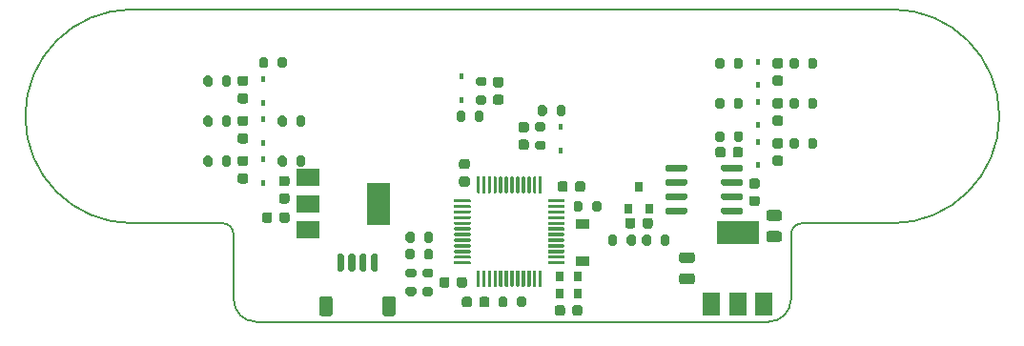
<source format=gbr>
%TF.GenerationSoftware,KiCad,Pcbnew,(5.1.9)-1*%
%TF.CreationDate,2021-02-22T13:59:34+01:00*%
%TF.ProjectId,input-board,696e7075-742d-4626-9f61-72642e6b6963,rev?*%
%TF.SameCoordinates,Original*%
%TF.FileFunction,Paste,Top*%
%TF.FilePolarity,Positive*%
%FSLAX46Y46*%
G04 Gerber Fmt 4.6, Leading zero omitted, Abs format (unit mm)*
G04 Created by KiCad (PCBNEW (5.1.9)-1) date 2021-02-22 13:59:34*
%MOMM*%
%LPD*%
G01*
G04 APERTURE LIST*
%TA.AperFunction,Profile*%
%ADD10C,0.150000*%
%TD*%
%ADD11R,1.500000X2.000000*%
%ADD12R,3.800000X2.000000*%
%ADD13R,1.200000X0.900000*%
%ADD14R,0.650000X0.850000*%
%ADD15R,0.450000X0.600000*%
%ADD16R,2.000000X1.500000*%
%ADD17R,2.000000X3.800000*%
%ADD18R,0.800000X0.900000*%
G04 APERTURE END LIST*
D10*
X109000000Y-40500000D02*
G75*
G03*
X108000000Y-39500000I-1000000J0D01*
G01*
X159500000Y-39500000D02*
G75*
G03*
X158500000Y-40500000I0J-1000000D01*
G01*
X156500000Y-48250000D02*
G75*
G03*
X158500000Y-46250000I0J2000000D01*
G01*
X109000000Y-46250000D02*
G75*
G03*
X111000000Y-48250000I2000000J0D01*
G01*
X159500000Y-39500000D02*
X167500000Y-39500000D01*
X108000000Y-39500000D02*
X100000000Y-39500000D01*
X158500000Y-46250000D02*
X158500000Y-40500000D01*
X111000000Y-48250000D02*
X156500000Y-48250000D01*
X109000000Y-40500000D02*
X109000000Y-46250000D01*
X100000000Y-20500000D02*
G75*
G03*
X100000000Y-39500000I0J-9500000D01*
G01*
X167500000Y-39500000D02*
G75*
G03*
X167500000Y-20500000I0J9500000D01*
G01*
X100000000Y-20500000D02*
X167500000Y-20500000D01*
%TO.C,U1*%
G36*
G01*
X149300000Y-38255000D02*
X149300000Y-38555000D01*
G75*
G02*
X149150000Y-38705000I-150000J0D01*
G01*
X147500000Y-38705000D01*
G75*
G02*
X147350000Y-38555000I0J150000D01*
G01*
X147350000Y-38255000D01*
G75*
G02*
X147500000Y-38105000I150000J0D01*
G01*
X149150000Y-38105000D01*
G75*
G02*
X149300000Y-38255000I0J-150000D01*
G01*
G37*
G36*
G01*
X149300000Y-36985000D02*
X149300000Y-37285000D01*
G75*
G02*
X149150000Y-37435000I-150000J0D01*
G01*
X147500000Y-37435000D01*
G75*
G02*
X147350000Y-37285000I0J150000D01*
G01*
X147350000Y-36985000D01*
G75*
G02*
X147500000Y-36835000I150000J0D01*
G01*
X149150000Y-36835000D01*
G75*
G02*
X149300000Y-36985000I0J-150000D01*
G01*
G37*
G36*
G01*
X149300000Y-35715000D02*
X149300000Y-36015000D01*
G75*
G02*
X149150000Y-36165000I-150000J0D01*
G01*
X147500000Y-36165000D01*
G75*
G02*
X147350000Y-36015000I0J150000D01*
G01*
X147350000Y-35715000D01*
G75*
G02*
X147500000Y-35565000I150000J0D01*
G01*
X149150000Y-35565000D01*
G75*
G02*
X149300000Y-35715000I0J-150000D01*
G01*
G37*
G36*
G01*
X149300000Y-34445000D02*
X149300000Y-34745000D01*
G75*
G02*
X149150000Y-34895000I-150000J0D01*
G01*
X147500000Y-34895000D01*
G75*
G02*
X147350000Y-34745000I0J150000D01*
G01*
X147350000Y-34445000D01*
G75*
G02*
X147500000Y-34295000I150000J0D01*
G01*
X149150000Y-34295000D01*
G75*
G02*
X149300000Y-34445000I0J-150000D01*
G01*
G37*
G36*
G01*
X154250000Y-34445000D02*
X154250000Y-34745000D01*
G75*
G02*
X154100000Y-34895000I-150000J0D01*
G01*
X152450000Y-34895000D01*
G75*
G02*
X152300000Y-34745000I0J150000D01*
G01*
X152300000Y-34445000D01*
G75*
G02*
X152450000Y-34295000I150000J0D01*
G01*
X154100000Y-34295000D01*
G75*
G02*
X154250000Y-34445000I0J-150000D01*
G01*
G37*
G36*
G01*
X154250000Y-35715000D02*
X154250000Y-36015000D01*
G75*
G02*
X154100000Y-36165000I-150000J0D01*
G01*
X152450000Y-36165000D01*
G75*
G02*
X152300000Y-36015000I0J150000D01*
G01*
X152300000Y-35715000D01*
G75*
G02*
X152450000Y-35565000I150000J0D01*
G01*
X154100000Y-35565000D01*
G75*
G02*
X154250000Y-35715000I0J-150000D01*
G01*
G37*
G36*
G01*
X154250000Y-36985000D02*
X154250000Y-37285000D01*
G75*
G02*
X154100000Y-37435000I-150000J0D01*
G01*
X152450000Y-37435000D01*
G75*
G02*
X152300000Y-37285000I0J150000D01*
G01*
X152300000Y-36985000D01*
G75*
G02*
X152450000Y-36835000I150000J0D01*
G01*
X154100000Y-36835000D01*
G75*
G02*
X154250000Y-36985000I0J-150000D01*
G01*
G37*
G36*
G01*
X154250000Y-38255000D02*
X154250000Y-38555000D01*
G75*
G02*
X154100000Y-38705000I-150000J0D01*
G01*
X152450000Y-38705000D01*
G75*
G02*
X152300000Y-38555000I0J150000D01*
G01*
X152300000Y-38255000D01*
G75*
G02*
X152450000Y-38105000I150000J0D01*
G01*
X154100000Y-38105000D01*
G75*
G02*
X154250000Y-38255000I0J-150000D01*
G01*
G37*
%TD*%
D11*
%TO.C,U3*%
X151450000Y-46650000D03*
X156050000Y-46650000D03*
X153750000Y-46650000D03*
D12*
X153750000Y-40350000D03*
%TD*%
%TO.C,C17*%
G36*
G01*
X156543750Y-40200000D02*
X157456250Y-40200000D01*
G75*
G02*
X157700000Y-40443750I0J-243750D01*
G01*
X157700000Y-40931250D01*
G75*
G02*
X157456250Y-41175000I-243750J0D01*
G01*
X156543750Y-41175000D01*
G75*
G02*
X156300000Y-40931250I0J243750D01*
G01*
X156300000Y-40443750D01*
G75*
G02*
X156543750Y-40200000I243750J0D01*
G01*
G37*
G36*
G01*
X156543750Y-38325000D02*
X157456250Y-38325000D01*
G75*
G02*
X157700000Y-38568750I0J-243750D01*
G01*
X157700000Y-39056250D01*
G75*
G02*
X157456250Y-39300000I-243750J0D01*
G01*
X156543750Y-39300000D01*
G75*
G02*
X156300000Y-39056250I0J243750D01*
G01*
X156300000Y-38568750D01*
G75*
G02*
X156543750Y-38325000I243750J0D01*
G01*
G37*
%TD*%
%TO.C,C15*%
G36*
G01*
X148793750Y-43950000D02*
X149706250Y-43950000D01*
G75*
G02*
X149950000Y-44193750I0J-243750D01*
G01*
X149950000Y-44681250D01*
G75*
G02*
X149706250Y-44925000I-243750J0D01*
G01*
X148793750Y-44925000D01*
G75*
G02*
X148550000Y-44681250I0J243750D01*
G01*
X148550000Y-44193750D01*
G75*
G02*
X148793750Y-43950000I243750J0D01*
G01*
G37*
G36*
G01*
X148793750Y-42075000D02*
X149706250Y-42075000D01*
G75*
G02*
X149950000Y-42318750I0J-243750D01*
G01*
X149950000Y-42806250D01*
G75*
G02*
X149706250Y-43050000I-243750J0D01*
G01*
X148793750Y-43050000D01*
G75*
G02*
X148550000Y-42806250I0J243750D01*
G01*
X148550000Y-42318750D01*
G75*
G02*
X148793750Y-42075000I243750J0D01*
G01*
G37*
%TD*%
D13*
%TO.C,D8*%
X140000000Y-39600000D03*
X140000000Y-42900000D03*
%TD*%
D14*
%TO.C,X1*%
X137925000Y-44225000D03*
X139575000Y-44225000D03*
X139575000Y-45775000D03*
X137925000Y-45775000D03*
%TD*%
%TO.C,C8*%
G36*
G01*
X138425000Y-47000000D02*
X138425000Y-47500000D01*
G75*
G02*
X138200000Y-47725000I-225000J0D01*
G01*
X137750000Y-47725000D01*
G75*
G02*
X137525000Y-47500000I0J225000D01*
G01*
X137525000Y-47000000D01*
G75*
G02*
X137750000Y-46775000I225000J0D01*
G01*
X138200000Y-46775000D01*
G75*
G02*
X138425000Y-47000000I0J-225000D01*
G01*
G37*
G36*
G01*
X139975000Y-47000000D02*
X139975000Y-47500000D01*
G75*
G02*
X139750000Y-47725000I-225000J0D01*
G01*
X139300000Y-47725000D01*
G75*
G02*
X139075000Y-47500000I0J225000D01*
G01*
X139075000Y-47000000D01*
G75*
G02*
X139300000Y-46775000I225000J0D01*
G01*
X139750000Y-46775000D01*
G75*
G02*
X139975000Y-47000000I0J-225000D01*
G01*
G37*
%TD*%
D15*
%TO.C,D1*%
X111608000Y-33825000D03*
X111608000Y-35925000D03*
%TD*%
%TO.C,D3*%
X111608000Y-26713000D03*
X111608000Y-28813000D03*
%TD*%
D16*
%TO.C,U4*%
X115600000Y-35450000D03*
X115600000Y-40050000D03*
X115600000Y-37750000D03*
D17*
X121900000Y-37750000D03*
%TD*%
%TO.C,U2*%
G36*
G01*
X130802000Y-45159000D02*
X130652000Y-45159000D01*
G75*
G02*
X130577000Y-45084000I0J75000D01*
G01*
X130577000Y-43759000D01*
G75*
G02*
X130652000Y-43684000I75000J0D01*
G01*
X130802000Y-43684000D01*
G75*
G02*
X130877000Y-43759000I0J-75000D01*
G01*
X130877000Y-45084000D01*
G75*
G02*
X130802000Y-45159000I-75000J0D01*
G01*
G37*
G36*
G01*
X131302000Y-45159000D02*
X131152000Y-45159000D01*
G75*
G02*
X131077000Y-45084000I0J75000D01*
G01*
X131077000Y-43759000D01*
G75*
G02*
X131152000Y-43684000I75000J0D01*
G01*
X131302000Y-43684000D01*
G75*
G02*
X131377000Y-43759000I0J-75000D01*
G01*
X131377000Y-45084000D01*
G75*
G02*
X131302000Y-45159000I-75000J0D01*
G01*
G37*
G36*
G01*
X131802000Y-45159000D02*
X131652000Y-45159000D01*
G75*
G02*
X131577000Y-45084000I0J75000D01*
G01*
X131577000Y-43759000D01*
G75*
G02*
X131652000Y-43684000I75000J0D01*
G01*
X131802000Y-43684000D01*
G75*
G02*
X131877000Y-43759000I0J-75000D01*
G01*
X131877000Y-45084000D01*
G75*
G02*
X131802000Y-45159000I-75000J0D01*
G01*
G37*
G36*
G01*
X132302000Y-45159000D02*
X132152000Y-45159000D01*
G75*
G02*
X132077000Y-45084000I0J75000D01*
G01*
X132077000Y-43759000D01*
G75*
G02*
X132152000Y-43684000I75000J0D01*
G01*
X132302000Y-43684000D01*
G75*
G02*
X132377000Y-43759000I0J-75000D01*
G01*
X132377000Y-45084000D01*
G75*
G02*
X132302000Y-45159000I-75000J0D01*
G01*
G37*
G36*
G01*
X132802000Y-45159000D02*
X132652000Y-45159000D01*
G75*
G02*
X132577000Y-45084000I0J75000D01*
G01*
X132577000Y-43759000D01*
G75*
G02*
X132652000Y-43684000I75000J0D01*
G01*
X132802000Y-43684000D01*
G75*
G02*
X132877000Y-43759000I0J-75000D01*
G01*
X132877000Y-45084000D01*
G75*
G02*
X132802000Y-45159000I-75000J0D01*
G01*
G37*
G36*
G01*
X133302000Y-45159000D02*
X133152000Y-45159000D01*
G75*
G02*
X133077000Y-45084000I0J75000D01*
G01*
X133077000Y-43759000D01*
G75*
G02*
X133152000Y-43684000I75000J0D01*
G01*
X133302000Y-43684000D01*
G75*
G02*
X133377000Y-43759000I0J-75000D01*
G01*
X133377000Y-45084000D01*
G75*
G02*
X133302000Y-45159000I-75000J0D01*
G01*
G37*
G36*
G01*
X133802000Y-45159000D02*
X133652000Y-45159000D01*
G75*
G02*
X133577000Y-45084000I0J75000D01*
G01*
X133577000Y-43759000D01*
G75*
G02*
X133652000Y-43684000I75000J0D01*
G01*
X133802000Y-43684000D01*
G75*
G02*
X133877000Y-43759000I0J-75000D01*
G01*
X133877000Y-45084000D01*
G75*
G02*
X133802000Y-45159000I-75000J0D01*
G01*
G37*
G36*
G01*
X134302000Y-45159000D02*
X134152000Y-45159000D01*
G75*
G02*
X134077000Y-45084000I0J75000D01*
G01*
X134077000Y-43759000D01*
G75*
G02*
X134152000Y-43684000I75000J0D01*
G01*
X134302000Y-43684000D01*
G75*
G02*
X134377000Y-43759000I0J-75000D01*
G01*
X134377000Y-45084000D01*
G75*
G02*
X134302000Y-45159000I-75000J0D01*
G01*
G37*
G36*
G01*
X134802000Y-45159000D02*
X134652000Y-45159000D01*
G75*
G02*
X134577000Y-45084000I0J75000D01*
G01*
X134577000Y-43759000D01*
G75*
G02*
X134652000Y-43684000I75000J0D01*
G01*
X134802000Y-43684000D01*
G75*
G02*
X134877000Y-43759000I0J-75000D01*
G01*
X134877000Y-45084000D01*
G75*
G02*
X134802000Y-45159000I-75000J0D01*
G01*
G37*
G36*
G01*
X135302000Y-45159000D02*
X135152000Y-45159000D01*
G75*
G02*
X135077000Y-45084000I0J75000D01*
G01*
X135077000Y-43759000D01*
G75*
G02*
X135152000Y-43684000I75000J0D01*
G01*
X135302000Y-43684000D01*
G75*
G02*
X135377000Y-43759000I0J-75000D01*
G01*
X135377000Y-45084000D01*
G75*
G02*
X135302000Y-45159000I-75000J0D01*
G01*
G37*
G36*
G01*
X135802000Y-45159000D02*
X135652000Y-45159000D01*
G75*
G02*
X135577000Y-45084000I0J75000D01*
G01*
X135577000Y-43759000D01*
G75*
G02*
X135652000Y-43684000I75000J0D01*
G01*
X135802000Y-43684000D01*
G75*
G02*
X135877000Y-43759000I0J-75000D01*
G01*
X135877000Y-45084000D01*
G75*
G02*
X135802000Y-45159000I-75000J0D01*
G01*
G37*
G36*
G01*
X136302000Y-45159000D02*
X136152000Y-45159000D01*
G75*
G02*
X136077000Y-45084000I0J75000D01*
G01*
X136077000Y-43759000D01*
G75*
G02*
X136152000Y-43684000I75000J0D01*
G01*
X136302000Y-43684000D01*
G75*
G02*
X136377000Y-43759000I0J-75000D01*
G01*
X136377000Y-45084000D01*
G75*
G02*
X136302000Y-45159000I-75000J0D01*
G01*
G37*
G36*
G01*
X138302000Y-43159000D02*
X136977000Y-43159000D01*
G75*
G02*
X136902000Y-43084000I0J75000D01*
G01*
X136902000Y-42934000D01*
G75*
G02*
X136977000Y-42859000I75000J0D01*
G01*
X138302000Y-42859000D01*
G75*
G02*
X138377000Y-42934000I0J-75000D01*
G01*
X138377000Y-43084000D01*
G75*
G02*
X138302000Y-43159000I-75000J0D01*
G01*
G37*
G36*
G01*
X138302000Y-42659000D02*
X136977000Y-42659000D01*
G75*
G02*
X136902000Y-42584000I0J75000D01*
G01*
X136902000Y-42434000D01*
G75*
G02*
X136977000Y-42359000I75000J0D01*
G01*
X138302000Y-42359000D01*
G75*
G02*
X138377000Y-42434000I0J-75000D01*
G01*
X138377000Y-42584000D01*
G75*
G02*
X138302000Y-42659000I-75000J0D01*
G01*
G37*
G36*
G01*
X138302000Y-42159000D02*
X136977000Y-42159000D01*
G75*
G02*
X136902000Y-42084000I0J75000D01*
G01*
X136902000Y-41934000D01*
G75*
G02*
X136977000Y-41859000I75000J0D01*
G01*
X138302000Y-41859000D01*
G75*
G02*
X138377000Y-41934000I0J-75000D01*
G01*
X138377000Y-42084000D01*
G75*
G02*
X138302000Y-42159000I-75000J0D01*
G01*
G37*
G36*
G01*
X138302000Y-41659000D02*
X136977000Y-41659000D01*
G75*
G02*
X136902000Y-41584000I0J75000D01*
G01*
X136902000Y-41434000D01*
G75*
G02*
X136977000Y-41359000I75000J0D01*
G01*
X138302000Y-41359000D01*
G75*
G02*
X138377000Y-41434000I0J-75000D01*
G01*
X138377000Y-41584000D01*
G75*
G02*
X138302000Y-41659000I-75000J0D01*
G01*
G37*
G36*
G01*
X138302000Y-41159000D02*
X136977000Y-41159000D01*
G75*
G02*
X136902000Y-41084000I0J75000D01*
G01*
X136902000Y-40934000D01*
G75*
G02*
X136977000Y-40859000I75000J0D01*
G01*
X138302000Y-40859000D01*
G75*
G02*
X138377000Y-40934000I0J-75000D01*
G01*
X138377000Y-41084000D01*
G75*
G02*
X138302000Y-41159000I-75000J0D01*
G01*
G37*
G36*
G01*
X138302000Y-40659000D02*
X136977000Y-40659000D01*
G75*
G02*
X136902000Y-40584000I0J75000D01*
G01*
X136902000Y-40434000D01*
G75*
G02*
X136977000Y-40359000I75000J0D01*
G01*
X138302000Y-40359000D01*
G75*
G02*
X138377000Y-40434000I0J-75000D01*
G01*
X138377000Y-40584000D01*
G75*
G02*
X138302000Y-40659000I-75000J0D01*
G01*
G37*
G36*
G01*
X138302000Y-40159000D02*
X136977000Y-40159000D01*
G75*
G02*
X136902000Y-40084000I0J75000D01*
G01*
X136902000Y-39934000D01*
G75*
G02*
X136977000Y-39859000I75000J0D01*
G01*
X138302000Y-39859000D01*
G75*
G02*
X138377000Y-39934000I0J-75000D01*
G01*
X138377000Y-40084000D01*
G75*
G02*
X138302000Y-40159000I-75000J0D01*
G01*
G37*
G36*
G01*
X138302000Y-39659000D02*
X136977000Y-39659000D01*
G75*
G02*
X136902000Y-39584000I0J75000D01*
G01*
X136902000Y-39434000D01*
G75*
G02*
X136977000Y-39359000I75000J0D01*
G01*
X138302000Y-39359000D01*
G75*
G02*
X138377000Y-39434000I0J-75000D01*
G01*
X138377000Y-39584000D01*
G75*
G02*
X138302000Y-39659000I-75000J0D01*
G01*
G37*
G36*
G01*
X138302000Y-39159000D02*
X136977000Y-39159000D01*
G75*
G02*
X136902000Y-39084000I0J75000D01*
G01*
X136902000Y-38934000D01*
G75*
G02*
X136977000Y-38859000I75000J0D01*
G01*
X138302000Y-38859000D01*
G75*
G02*
X138377000Y-38934000I0J-75000D01*
G01*
X138377000Y-39084000D01*
G75*
G02*
X138302000Y-39159000I-75000J0D01*
G01*
G37*
G36*
G01*
X138302000Y-38659000D02*
X136977000Y-38659000D01*
G75*
G02*
X136902000Y-38584000I0J75000D01*
G01*
X136902000Y-38434000D01*
G75*
G02*
X136977000Y-38359000I75000J0D01*
G01*
X138302000Y-38359000D01*
G75*
G02*
X138377000Y-38434000I0J-75000D01*
G01*
X138377000Y-38584000D01*
G75*
G02*
X138302000Y-38659000I-75000J0D01*
G01*
G37*
G36*
G01*
X138302000Y-38159000D02*
X136977000Y-38159000D01*
G75*
G02*
X136902000Y-38084000I0J75000D01*
G01*
X136902000Y-37934000D01*
G75*
G02*
X136977000Y-37859000I75000J0D01*
G01*
X138302000Y-37859000D01*
G75*
G02*
X138377000Y-37934000I0J-75000D01*
G01*
X138377000Y-38084000D01*
G75*
G02*
X138302000Y-38159000I-75000J0D01*
G01*
G37*
G36*
G01*
X138302000Y-37659000D02*
X136977000Y-37659000D01*
G75*
G02*
X136902000Y-37584000I0J75000D01*
G01*
X136902000Y-37434000D01*
G75*
G02*
X136977000Y-37359000I75000J0D01*
G01*
X138302000Y-37359000D01*
G75*
G02*
X138377000Y-37434000I0J-75000D01*
G01*
X138377000Y-37584000D01*
G75*
G02*
X138302000Y-37659000I-75000J0D01*
G01*
G37*
G36*
G01*
X136302000Y-36834000D02*
X136152000Y-36834000D01*
G75*
G02*
X136077000Y-36759000I0J75000D01*
G01*
X136077000Y-35434000D01*
G75*
G02*
X136152000Y-35359000I75000J0D01*
G01*
X136302000Y-35359000D01*
G75*
G02*
X136377000Y-35434000I0J-75000D01*
G01*
X136377000Y-36759000D01*
G75*
G02*
X136302000Y-36834000I-75000J0D01*
G01*
G37*
G36*
G01*
X135802000Y-36834000D02*
X135652000Y-36834000D01*
G75*
G02*
X135577000Y-36759000I0J75000D01*
G01*
X135577000Y-35434000D01*
G75*
G02*
X135652000Y-35359000I75000J0D01*
G01*
X135802000Y-35359000D01*
G75*
G02*
X135877000Y-35434000I0J-75000D01*
G01*
X135877000Y-36759000D01*
G75*
G02*
X135802000Y-36834000I-75000J0D01*
G01*
G37*
G36*
G01*
X135302000Y-36834000D02*
X135152000Y-36834000D01*
G75*
G02*
X135077000Y-36759000I0J75000D01*
G01*
X135077000Y-35434000D01*
G75*
G02*
X135152000Y-35359000I75000J0D01*
G01*
X135302000Y-35359000D01*
G75*
G02*
X135377000Y-35434000I0J-75000D01*
G01*
X135377000Y-36759000D01*
G75*
G02*
X135302000Y-36834000I-75000J0D01*
G01*
G37*
G36*
G01*
X134802000Y-36834000D02*
X134652000Y-36834000D01*
G75*
G02*
X134577000Y-36759000I0J75000D01*
G01*
X134577000Y-35434000D01*
G75*
G02*
X134652000Y-35359000I75000J0D01*
G01*
X134802000Y-35359000D01*
G75*
G02*
X134877000Y-35434000I0J-75000D01*
G01*
X134877000Y-36759000D01*
G75*
G02*
X134802000Y-36834000I-75000J0D01*
G01*
G37*
G36*
G01*
X134302000Y-36834000D02*
X134152000Y-36834000D01*
G75*
G02*
X134077000Y-36759000I0J75000D01*
G01*
X134077000Y-35434000D01*
G75*
G02*
X134152000Y-35359000I75000J0D01*
G01*
X134302000Y-35359000D01*
G75*
G02*
X134377000Y-35434000I0J-75000D01*
G01*
X134377000Y-36759000D01*
G75*
G02*
X134302000Y-36834000I-75000J0D01*
G01*
G37*
G36*
G01*
X133802000Y-36834000D02*
X133652000Y-36834000D01*
G75*
G02*
X133577000Y-36759000I0J75000D01*
G01*
X133577000Y-35434000D01*
G75*
G02*
X133652000Y-35359000I75000J0D01*
G01*
X133802000Y-35359000D01*
G75*
G02*
X133877000Y-35434000I0J-75000D01*
G01*
X133877000Y-36759000D01*
G75*
G02*
X133802000Y-36834000I-75000J0D01*
G01*
G37*
G36*
G01*
X133302000Y-36834000D02*
X133152000Y-36834000D01*
G75*
G02*
X133077000Y-36759000I0J75000D01*
G01*
X133077000Y-35434000D01*
G75*
G02*
X133152000Y-35359000I75000J0D01*
G01*
X133302000Y-35359000D01*
G75*
G02*
X133377000Y-35434000I0J-75000D01*
G01*
X133377000Y-36759000D01*
G75*
G02*
X133302000Y-36834000I-75000J0D01*
G01*
G37*
G36*
G01*
X132802000Y-36834000D02*
X132652000Y-36834000D01*
G75*
G02*
X132577000Y-36759000I0J75000D01*
G01*
X132577000Y-35434000D01*
G75*
G02*
X132652000Y-35359000I75000J0D01*
G01*
X132802000Y-35359000D01*
G75*
G02*
X132877000Y-35434000I0J-75000D01*
G01*
X132877000Y-36759000D01*
G75*
G02*
X132802000Y-36834000I-75000J0D01*
G01*
G37*
G36*
G01*
X132302000Y-36834000D02*
X132152000Y-36834000D01*
G75*
G02*
X132077000Y-36759000I0J75000D01*
G01*
X132077000Y-35434000D01*
G75*
G02*
X132152000Y-35359000I75000J0D01*
G01*
X132302000Y-35359000D01*
G75*
G02*
X132377000Y-35434000I0J-75000D01*
G01*
X132377000Y-36759000D01*
G75*
G02*
X132302000Y-36834000I-75000J0D01*
G01*
G37*
G36*
G01*
X131802000Y-36834000D02*
X131652000Y-36834000D01*
G75*
G02*
X131577000Y-36759000I0J75000D01*
G01*
X131577000Y-35434000D01*
G75*
G02*
X131652000Y-35359000I75000J0D01*
G01*
X131802000Y-35359000D01*
G75*
G02*
X131877000Y-35434000I0J-75000D01*
G01*
X131877000Y-36759000D01*
G75*
G02*
X131802000Y-36834000I-75000J0D01*
G01*
G37*
G36*
G01*
X131302000Y-36834000D02*
X131152000Y-36834000D01*
G75*
G02*
X131077000Y-36759000I0J75000D01*
G01*
X131077000Y-35434000D01*
G75*
G02*
X131152000Y-35359000I75000J0D01*
G01*
X131302000Y-35359000D01*
G75*
G02*
X131377000Y-35434000I0J-75000D01*
G01*
X131377000Y-36759000D01*
G75*
G02*
X131302000Y-36834000I-75000J0D01*
G01*
G37*
G36*
G01*
X130802000Y-36834000D02*
X130652000Y-36834000D01*
G75*
G02*
X130577000Y-36759000I0J75000D01*
G01*
X130577000Y-35434000D01*
G75*
G02*
X130652000Y-35359000I75000J0D01*
G01*
X130802000Y-35359000D01*
G75*
G02*
X130877000Y-35434000I0J-75000D01*
G01*
X130877000Y-36759000D01*
G75*
G02*
X130802000Y-36834000I-75000J0D01*
G01*
G37*
G36*
G01*
X129977000Y-37659000D02*
X128652000Y-37659000D01*
G75*
G02*
X128577000Y-37584000I0J75000D01*
G01*
X128577000Y-37434000D01*
G75*
G02*
X128652000Y-37359000I75000J0D01*
G01*
X129977000Y-37359000D01*
G75*
G02*
X130052000Y-37434000I0J-75000D01*
G01*
X130052000Y-37584000D01*
G75*
G02*
X129977000Y-37659000I-75000J0D01*
G01*
G37*
G36*
G01*
X129977000Y-38159000D02*
X128652000Y-38159000D01*
G75*
G02*
X128577000Y-38084000I0J75000D01*
G01*
X128577000Y-37934000D01*
G75*
G02*
X128652000Y-37859000I75000J0D01*
G01*
X129977000Y-37859000D01*
G75*
G02*
X130052000Y-37934000I0J-75000D01*
G01*
X130052000Y-38084000D01*
G75*
G02*
X129977000Y-38159000I-75000J0D01*
G01*
G37*
G36*
G01*
X129977000Y-38659000D02*
X128652000Y-38659000D01*
G75*
G02*
X128577000Y-38584000I0J75000D01*
G01*
X128577000Y-38434000D01*
G75*
G02*
X128652000Y-38359000I75000J0D01*
G01*
X129977000Y-38359000D01*
G75*
G02*
X130052000Y-38434000I0J-75000D01*
G01*
X130052000Y-38584000D01*
G75*
G02*
X129977000Y-38659000I-75000J0D01*
G01*
G37*
G36*
G01*
X129977000Y-39159000D02*
X128652000Y-39159000D01*
G75*
G02*
X128577000Y-39084000I0J75000D01*
G01*
X128577000Y-38934000D01*
G75*
G02*
X128652000Y-38859000I75000J0D01*
G01*
X129977000Y-38859000D01*
G75*
G02*
X130052000Y-38934000I0J-75000D01*
G01*
X130052000Y-39084000D01*
G75*
G02*
X129977000Y-39159000I-75000J0D01*
G01*
G37*
G36*
G01*
X129977000Y-39659000D02*
X128652000Y-39659000D01*
G75*
G02*
X128577000Y-39584000I0J75000D01*
G01*
X128577000Y-39434000D01*
G75*
G02*
X128652000Y-39359000I75000J0D01*
G01*
X129977000Y-39359000D01*
G75*
G02*
X130052000Y-39434000I0J-75000D01*
G01*
X130052000Y-39584000D01*
G75*
G02*
X129977000Y-39659000I-75000J0D01*
G01*
G37*
G36*
G01*
X129977000Y-40159000D02*
X128652000Y-40159000D01*
G75*
G02*
X128577000Y-40084000I0J75000D01*
G01*
X128577000Y-39934000D01*
G75*
G02*
X128652000Y-39859000I75000J0D01*
G01*
X129977000Y-39859000D01*
G75*
G02*
X130052000Y-39934000I0J-75000D01*
G01*
X130052000Y-40084000D01*
G75*
G02*
X129977000Y-40159000I-75000J0D01*
G01*
G37*
G36*
G01*
X129977000Y-40659000D02*
X128652000Y-40659000D01*
G75*
G02*
X128577000Y-40584000I0J75000D01*
G01*
X128577000Y-40434000D01*
G75*
G02*
X128652000Y-40359000I75000J0D01*
G01*
X129977000Y-40359000D01*
G75*
G02*
X130052000Y-40434000I0J-75000D01*
G01*
X130052000Y-40584000D01*
G75*
G02*
X129977000Y-40659000I-75000J0D01*
G01*
G37*
G36*
G01*
X129977000Y-41159000D02*
X128652000Y-41159000D01*
G75*
G02*
X128577000Y-41084000I0J75000D01*
G01*
X128577000Y-40934000D01*
G75*
G02*
X128652000Y-40859000I75000J0D01*
G01*
X129977000Y-40859000D01*
G75*
G02*
X130052000Y-40934000I0J-75000D01*
G01*
X130052000Y-41084000D01*
G75*
G02*
X129977000Y-41159000I-75000J0D01*
G01*
G37*
G36*
G01*
X129977000Y-41659000D02*
X128652000Y-41659000D01*
G75*
G02*
X128577000Y-41584000I0J75000D01*
G01*
X128577000Y-41434000D01*
G75*
G02*
X128652000Y-41359000I75000J0D01*
G01*
X129977000Y-41359000D01*
G75*
G02*
X130052000Y-41434000I0J-75000D01*
G01*
X130052000Y-41584000D01*
G75*
G02*
X129977000Y-41659000I-75000J0D01*
G01*
G37*
G36*
G01*
X129977000Y-42159000D02*
X128652000Y-42159000D01*
G75*
G02*
X128577000Y-42084000I0J75000D01*
G01*
X128577000Y-41934000D01*
G75*
G02*
X128652000Y-41859000I75000J0D01*
G01*
X129977000Y-41859000D01*
G75*
G02*
X130052000Y-41934000I0J-75000D01*
G01*
X130052000Y-42084000D01*
G75*
G02*
X129977000Y-42159000I-75000J0D01*
G01*
G37*
G36*
G01*
X129977000Y-42659000D02*
X128652000Y-42659000D01*
G75*
G02*
X128577000Y-42584000I0J75000D01*
G01*
X128577000Y-42434000D01*
G75*
G02*
X128652000Y-42359000I75000J0D01*
G01*
X129977000Y-42359000D01*
G75*
G02*
X130052000Y-42434000I0J-75000D01*
G01*
X130052000Y-42584000D01*
G75*
G02*
X129977000Y-42659000I-75000J0D01*
G01*
G37*
G36*
G01*
X129977000Y-43159000D02*
X128652000Y-43159000D01*
G75*
G02*
X128577000Y-43084000I0J75000D01*
G01*
X128577000Y-42934000D01*
G75*
G02*
X128652000Y-42859000I75000J0D01*
G01*
X129977000Y-42859000D01*
G75*
G02*
X130052000Y-42934000I0J-75000D01*
G01*
X130052000Y-43084000D01*
G75*
G02*
X129977000Y-43159000I-75000J0D01*
G01*
G37*
%TD*%
%TO.C,R15*%
G36*
G01*
X146925000Y-41275000D02*
X146925000Y-40725000D01*
G75*
G02*
X147125000Y-40525000I200000J0D01*
G01*
X147525000Y-40525000D01*
G75*
G02*
X147725000Y-40725000I0J-200000D01*
G01*
X147725000Y-41275000D01*
G75*
G02*
X147525000Y-41475000I-200000J0D01*
G01*
X147125000Y-41475000D01*
G75*
G02*
X146925000Y-41275000I0J200000D01*
G01*
G37*
G36*
G01*
X145275000Y-41275000D02*
X145275000Y-40725000D01*
G75*
G02*
X145475000Y-40525000I200000J0D01*
G01*
X145875000Y-40525000D01*
G75*
G02*
X146075000Y-40725000I0J-200000D01*
G01*
X146075000Y-41275000D01*
G75*
G02*
X145875000Y-41475000I-200000J0D01*
G01*
X145475000Y-41475000D01*
G75*
G02*
X145275000Y-41275000I0J200000D01*
G01*
G37*
%TD*%
%TO.C,R14*%
G36*
G01*
X143925000Y-41275000D02*
X143925000Y-40725000D01*
G75*
G02*
X144125000Y-40525000I200000J0D01*
G01*
X144525000Y-40525000D01*
G75*
G02*
X144725000Y-40725000I0J-200000D01*
G01*
X144725000Y-41275000D01*
G75*
G02*
X144525000Y-41475000I-200000J0D01*
G01*
X144125000Y-41475000D01*
G75*
G02*
X143925000Y-41275000I0J200000D01*
G01*
G37*
G36*
G01*
X142275000Y-41275000D02*
X142275000Y-40725000D01*
G75*
G02*
X142475000Y-40525000I200000J0D01*
G01*
X142875000Y-40525000D01*
G75*
G02*
X143075000Y-40725000I0J-200000D01*
G01*
X143075000Y-41275000D01*
G75*
G02*
X142875000Y-41475000I-200000J0D01*
G01*
X142475000Y-41475000D01*
G75*
G02*
X142275000Y-41275000I0J200000D01*
G01*
G37*
%TD*%
%TO.C,R18*%
G36*
G01*
X140000000Y-37725000D02*
X140000000Y-38275000D01*
G75*
G02*
X139800000Y-38475000I-200000J0D01*
G01*
X139400000Y-38475000D01*
G75*
G02*
X139200000Y-38275000I0J200000D01*
G01*
X139200000Y-37725000D01*
G75*
G02*
X139400000Y-37525000I200000J0D01*
G01*
X139800000Y-37525000D01*
G75*
G02*
X140000000Y-37725000I0J-200000D01*
G01*
G37*
G36*
G01*
X141650000Y-37725000D02*
X141650000Y-38275000D01*
G75*
G02*
X141450000Y-38475000I-200000J0D01*
G01*
X141050000Y-38475000D01*
G75*
G02*
X140850000Y-38275000I0J200000D01*
G01*
X140850000Y-37725000D01*
G75*
G02*
X141050000Y-37525000I200000J0D01*
G01*
X141450000Y-37525000D01*
G75*
G02*
X141650000Y-37725000I0J-200000D01*
G01*
G37*
%TD*%
%TO.C,R17*%
G36*
G01*
X134175000Y-46775000D02*
X134175000Y-46225000D01*
G75*
G02*
X134375000Y-46025000I200000J0D01*
G01*
X134775000Y-46025000D01*
G75*
G02*
X134975000Y-46225000I0J-200000D01*
G01*
X134975000Y-46775000D01*
G75*
G02*
X134775000Y-46975000I-200000J0D01*
G01*
X134375000Y-46975000D01*
G75*
G02*
X134175000Y-46775000I0J200000D01*
G01*
G37*
G36*
G01*
X132525000Y-46775000D02*
X132525000Y-46225000D01*
G75*
G02*
X132725000Y-46025000I200000J0D01*
G01*
X133125000Y-46025000D01*
G75*
G02*
X133325000Y-46225000I0J-200000D01*
G01*
X133325000Y-46775000D01*
G75*
G02*
X133125000Y-46975000I-200000J0D01*
G01*
X132725000Y-46975000D01*
G75*
G02*
X132525000Y-46775000I0J200000D01*
G01*
G37*
%TD*%
%TO.C,R16*%
G36*
G01*
X125075000Y-41975000D02*
X125075000Y-42525000D01*
G75*
G02*
X124875000Y-42725000I-200000J0D01*
G01*
X124475000Y-42725000D01*
G75*
G02*
X124275000Y-42525000I0J200000D01*
G01*
X124275000Y-41975000D01*
G75*
G02*
X124475000Y-41775000I200000J0D01*
G01*
X124875000Y-41775000D01*
G75*
G02*
X125075000Y-41975000I0J-200000D01*
G01*
G37*
G36*
G01*
X126725000Y-41975000D02*
X126725000Y-42525000D01*
G75*
G02*
X126525000Y-42725000I-200000J0D01*
G01*
X126125000Y-42725000D01*
G75*
G02*
X125925000Y-42525000I0J200000D01*
G01*
X125925000Y-41975000D01*
G75*
G02*
X126125000Y-41775000I200000J0D01*
G01*
X126525000Y-41775000D01*
G75*
G02*
X126725000Y-41975000I0J-200000D01*
G01*
G37*
%TD*%
%TO.C,R13*%
G36*
G01*
X125925000Y-41025000D02*
X125925000Y-40475000D01*
G75*
G02*
X126125000Y-40275000I200000J0D01*
G01*
X126525000Y-40275000D01*
G75*
G02*
X126725000Y-40475000I0J-200000D01*
G01*
X126725000Y-41025000D01*
G75*
G02*
X126525000Y-41225000I-200000J0D01*
G01*
X126125000Y-41225000D01*
G75*
G02*
X125925000Y-41025000I0J200000D01*
G01*
G37*
G36*
G01*
X124275000Y-41025000D02*
X124275000Y-40475000D01*
G75*
G02*
X124475000Y-40275000I200000J0D01*
G01*
X124875000Y-40275000D01*
G75*
G02*
X125075000Y-40475000I0J-200000D01*
G01*
X125075000Y-41025000D01*
G75*
G02*
X124875000Y-41225000I-200000J0D01*
G01*
X124475000Y-41225000D01*
G75*
G02*
X124275000Y-41025000I0J200000D01*
G01*
G37*
%TD*%
%TO.C,R12*%
G36*
G01*
X154227000Y-31525000D02*
X154227000Y-32075000D01*
G75*
G02*
X154027000Y-32275000I-200000J0D01*
G01*
X153627000Y-32275000D01*
G75*
G02*
X153427000Y-32075000I0J200000D01*
G01*
X153427000Y-31525000D01*
G75*
G02*
X153627000Y-31325000I200000J0D01*
G01*
X154027000Y-31325000D01*
G75*
G02*
X154227000Y-31525000I0J-200000D01*
G01*
G37*
G36*
G01*
X152577000Y-31525000D02*
X152577000Y-32075000D01*
G75*
G02*
X152377000Y-32275000I-200000J0D01*
G01*
X151977000Y-32275000D01*
G75*
G02*
X151777000Y-32075000I0J200000D01*
G01*
X151777000Y-31525000D01*
G75*
G02*
X151977000Y-31325000I200000J0D01*
G01*
X152377000Y-31325000D01*
G75*
G02*
X152577000Y-31525000I0J-200000D01*
G01*
G37*
%TD*%
%TO.C,R11*%
G36*
G01*
X154227000Y-28587000D02*
X154227000Y-29137000D01*
G75*
G02*
X154027000Y-29337000I-200000J0D01*
G01*
X153627000Y-29337000D01*
G75*
G02*
X153427000Y-29137000I0J200000D01*
G01*
X153427000Y-28587000D01*
G75*
G02*
X153627000Y-28387000I200000J0D01*
G01*
X154027000Y-28387000D01*
G75*
G02*
X154227000Y-28587000I0J-200000D01*
G01*
G37*
G36*
G01*
X152577000Y-28587000D02*
X152577000Y-29137000D01*
G75*
G02*
X152377000Y-29337000I-200000J0D01*
G01*
X151977000Y-29337000D01*
G75*
G02*
X151777000Y-29137000I0J200000D01*
G01*
X151777000Y-28587000D01*
G75*
G02*
X151977000Y-28387000I200000J0D01*
G01*
X152377000Y-28387000D01*
G75*
G02*
X152577000Y-28587000I0J-200000D01*
G01*
G37*
%TD*%
%TO.C,R10*%
G36*
G01*
X154227000Y-25031000D02*
X154227000Y-25581000D01*
G75*
G02*
X154027000Y-25781000I-200000J0D01*
G01*
X153627000Y-25781000D01*
G75*
G02*
X153427000Y-25581000I0J200000D01*
G01*
X153427000Y-25031000D01*
G75*
G02*
X153627000Y-24831000I200000J0D01*
G01*
X154027000Y-24831000D01*
G75*
G02*
X154227000Y-25031000I0J-200000D01*
G01*
G37*
G36*
G01*
X152577000Y-25031000D02*
X152577000Y-25581000D01*
G75*
G02*
X152377000Y-25781000I-200000J0D01*
G01*
X151977000Y-25781000D01*
G75*
G02*
X151777000Y-25581000I0J200000D01*
G01*
X151777000Y-25031000D01*
G75*
G02*
X151977000Y-24831000I200000J0D01*
G01*
X152377000Y-24831000D01*
G75*
G02*
X152577000Y-25031000I0J-200000D01*
G01*
G37*
%TD*%
%TO.C,R6*%
G36*
G01*
X111275000Y-25525000D02*
X111275000Y-24975000D01*
G75*
G02*
X111475000Y-24775000I200000J0D01*
G01*
X111875000Y-24775000D01*
G75*
G02*
X112075000Y-24975000I0J-200000D01*
G01*
X112075000Y-25525000D01*
G75*
G02*
X111875000Y-25725000I-200000J0D01*
G01*
X111475000Y-25725000D01*
G75*
G02*
X111275000Y-25525000I0J200000D01*
G01*
G37*
G36*
G01*
X112925000Y-25525000D02*
X112925000Y-24975000D01*
G75*
G02*
X113125000Y-24775000I200000J0D01*
G01*
X113525000Y-24775000D01*
G75*
G02*
X113725000Y-24975000I0J-200000D01*
G01*
X113725000Y-25525000D01*
G75*
G02*
X113525000Y-25725000I-200000J0D01*
G01*
X113125000Y-25725000D01*
G75*
G02*
X112925000Y-25525000I0J200000D01*
G01*
G37*
%TD*%
%TO.C,R5*%
G36*
G01*
X112923000Y-30705000D02*
X112923000Y-30155000D01*
G75*
G02*
X113123000Y-29955000I200000J0D01*
G01*
X113523000Y-29955000D01*
G75*
G02*
X113723000Y-30155000I0J-200000D01*
G01*
X113723000Y-30705000D01*
G75*
G02*
X113523000Y-30905000I-200000J0D01*
G01*
X113123000Y-30905000D01*
G75*
G02*
X112923000Y-30705000I0J200000D01*
G01*
G37*
G36*
G01*
X114573000Y-30705000D02*
X114573000Y-30155000D01*
G75*
G02*
X114773000Y-29955000I200000J0D01*
G01*
X115173000Y-29955000D01*
G75*
G02*
X115373000Y-30155000I0J-200000D01*
G01*
X115373000Y-30705000D01*
G75*
G02*
X115173000Y-30905000I-200000J0D01*
G01*
X114773000Y-30905000D01*
G75*
G02*
X114573000Y-30705000I0J200000D01*
G01*
G37*
%TD*%
%TO.C,R20*%
G36*
G01*
X125975000Y-45175000D02*
X126525000Y-45175000D01*
G75*
G02*
X126725000Y-45375000I0J-200000D01*
G01*
X126725000Y-45775000D01*
G75*
G02*
X126525000Y-45975000I-200000J0D01*
G01*
X125975000Y-45975000D01*
G75*
G02*
X125775000Y-45775000I0J200000D01*
G01*
X125775000Y-45375000D01*
G75*
G02*
X125975000Y-45175000I200000J0D01*
G01*
G37*
G36*
G01*
X125975000Y-43525000D02*
X126525000Y-43525000D01*
G75*
G02*
X126725000Y-43725000I0J-200000D01*
G01*
X126725000Y-44125000D01*
G75*
G02*
X126525000Y-44325000I-200000J0D01*
G01*
X125975000Y-44325000D01*
G75*
G02*
X125775000Y-44125000I0J200000D01*
G01*
X125775000Y-43725000D01*
G75*
G02*
X125975000Y-43525000I200000J0D01*
G01*
G37*
%TD*%
%TO.C,R19*%
G36*
G01*
X124475000Y-45175000D02*
X125025000Y-45175000D01*
G75*
G02*
X125225000Y-45375000I0J-200000D01*
G01*
X125225000Y-45775000D01*
G75*
G02*
X125025000Y-45975000I-200000J0D01*
G01*
X124475000Y-45975000D01*
G75*
G02*
X124275000Y-45775000I0J200000D01*
G01*
X124275000Y-45375000D01*
G75*
G02*
X124475000Y-45175000I200000J0D01*
G01*
G37*
G36*
G01*
X124475000Y-43525000D02*
X125025000Y-43525000D01*
G75*
G02*
X125225000Y-43725000I0J-200000D01*
G01*
X125225000Y-44125000D01*
G75*
G02*
X125025000Y-44325000I-200000J0D01*
G01*
X124475000Y-44325000D01*
G75*
G02*
X124275000Y-44125000I0J200000D01*
G01*
X124275000Y-43725000D01*
G75*
G02*
X124475000Y-43525000I200000J0D01*
G01*
G37*
%TD*%
%TO.C,R24*%
G36*
G01*
X137675000Y-29775000D02*
X137675000Y-29225000D01*
G75*
G02*
X137875000Y-29025000I200000J0D01*
G01*
X138275000Y-29025000D01*
G75*
G02*
X138475000Y-29225000I0J-200000D01*
G01*
X138475000Y-29775000D01*
G75*
G02*
X138275000Y-29975000I-200000J0D01*
G01*
X137875000Y-29975000D01*
G75*
G02*
X137675000Y-29775000I0J200000D01*
G01*
G37*
G36*
G01*
X136025000Y-29775000D02*
X136025000Y-29225000D01*
G75*
G02*
X136225000Y-29025000I200000J0D01*
G01*
X136625000Y-29025000D01*
G75*
G02*
X136825000Y-29225000I0J-200000D01*
G01*
X136825000Y-29775000D01*
G75*
G02*
X136625000Y-29975000I-200000J0D01*
G01*
X136225000Y-29975000D01*
G75*
G02*
X136025000Y-29775000I0J200000D01*
G01*
G37*
%TD*%
%TO.C,R21*%
G36*
G01*
X129575000Y-29725000D02*
X129575000Y-30275000D01*
G75*
G02*
X129375000Y-30475000I-200000J0D01*
G01*
X128975000Y-30475000D01*
G75*
G02*
X128775000Y-30275000I0J200000D01*
G01*
X128775000Y-29725000D01*
G75*
G02*
X128975000Y-29525000I200000J0D01*
G01*
X129375000Y-29525000D01*
G75*
G02*
X129575000Y-29725000I0J-200000D01*
G01*
G37*
G36*
G01*
X131225000Y-29725000D02*
X131225000Y-30275000D01*
G75*
G02*
X131025000Y-30475000I-200000J0D01*
G01*
X130625000Y-30475000D01*
G75*
G02*
X130425000Y-30275000I0J200000D01*
G01*
X130425000Y-29725000D01*
G75*
G02*
X130625000Y-29525000I200000J0D01*
G01*
X131025000Y-29525000D01*
G75*
G02*
X131225000Y-29725000I0J-200000D01*
G01*
G37*
%TD*%
%TO.C,R4*%
G36*
G01*
X112923000Y-34261000D02*
X112923000Y-33711000D01*
G75*
G02*
X113123000Y-33511000I200000J0D01*
G01*
X113523000Y-33511000D01*
G75*
G02*
X113723000Y-33711000I0J-200000D01*
G01*
X113723000Y-34261000D01*
G75*
G02*
X113523000Y-34461000I-200000J0D01*
G01*
X113123000Y-34461000D01*
G75*
G02*
X112923000Y-34261000I0J200000D01*
G01*
G37*
G36*
G01*
X114573000Y-34261000D02*
X114573000Y-33711000D01*
G75*
G02*
X114773000Y-33511000I200000J0D01*
G01*
X115173000Y-33511000D01*
G75*
G02*
X115373000Y-33711000I0J-200000D01*
G01*
X115373000Y-34261000D01*
G75*
G02*
X115173000Y-34461000I-200000J0D01*
G01*
X114773000Y-34461000D01*
G75*
G02*
X114573000Y-34261000I0J200000D01*
G01*
G37*
%TD*%
%TO.C,R9*%
G36*
G01*
X158381000Y-32693000D02*
X158381000Y-32143000D01*
G75*
G02*
X158581000Y-31943000I200000J0D01*
G01*
X158981000Y-31943000D01*
G75*
G02*
X159181000Y-32143000I0J-200000D01*
G01*
X159181000Y-32693000D01*
G75*
G02*
X158981000Y-32893000I-200000J0D01*
G01*
X158581000Y-32893000D01*
G75*
G02*
X158381000Y-32693000I0J200000D01*
G01*
G37*
G36*
G01*
X160031000Y-32693000D02*
X160031000Y-32143000D01*
G75*
G02*
X160231000Y-31943000I200000J0D01*
G01*
X160631000Y-31943000D01*
G75*
G02*
X160831000Y-32143000I0J-200000D01*
G01*
X160831000Y-32693000D01*
G75*
G02*
X160631000Y-32893000I-200000J0D01*
G01*
X160231000Y-32893000D01*
G75*
G02*
X160031000Y-32693000I0J200000D01*
G01*
G37*
%TD*%
%TO.C,R8*%
G36*
G01*
X158381000Y-29137000D02*
X158381000Y-28587000D01*
G75*
G02*
X158581000Y-28387000I200000J0D01*
G01*
X158981000Y-28387000D01*
G75*
G02*
X159181000Y-28587000I0J-200000D01*
G01*
X159181000Y-29137000D01*
G75*
G02*
X158981000Y-29337000I-200000J0D01*
G01*
X158581000Y-29337000D01*
G75*
G02*
X158381000Y-29137000I0J200000D01*
G01*
G37*
G36*
G01*
X160031000Y-29137000D02*
X160031000Y-28587000D01*
G75*
G02*
X160231000Y-28387000I200000J0D01*
G01*
X160631000Y-28387000D01*
G75*
G02*
X160831000Y-28587000I0J-200000D01*
G01*
X160831000Y-29137000D01*
G75*
G02*
X160631000Y-29337000I-200000J0D01*
G01*
X160231000Y-29337000D01*
G75*
G02*
X160031000Y-29137000I0J200000D01*
G01*
G37*
%TD*%
%TO.C,R7*%
G36*
G01*
X158381000Y-25581000D02*
X158381000Y-25031000D01*
G75*
G02*
X158581000Y-24831000I200000J0D01*
G01*
X158981000Y-24831000D01*
G75*
G02*
X159181000Y-25031000I0J-200000D01*
G01*
X159181000Y-25581000D01*
G75*
G02*
X158981000Y-25781000I-200000J0D01*
G01*
X158581000Y-25781000D01*
G75*
G02*
X158381000Y-25581000I0J200000D01*
G01*
G37*
G36*
G01*
X160031000Y-25581000D02*
X160031000Y-25031000D01*
G75*
G02*
X160231000Y-24831000I200000J0D01*
G01*
X160631000Y-24831000D01*
G75*
G02*
X160831000Y-25031000I0J-200000D01*
G01*
X160831000Y-25581000D01*
G75*
G02*
X160631000Y-25781000I-200000J0D01*
G01*
X160231000Y-25781000D01*
G75*
G02*
X160031000Y-25581000I0J200000D01*
G01*
G37*
%TD*%
%TO.C,R3*%
G36*
G01*
X108769000Y-26599000D02*
X108769000Y-27149000D01*
G75*
G02*
X108569000Y-27349000I-200000J0D01*
G01*
X108169000Y-27349000D01*
G75*
G02*
X107969000Y-27149000I0J200000D01*
G01*
X107969000Y-26599000D01*
G75*
G02*
X108169000Y-26399000I200000J0D01*
G01*
X108569000Y-26399000D01*
G75*
G02*
X108769000Y-26599000I0J-200000D01*
G01*
G37*
G36*
G01*
X107119000Y-26599000D02*
X107119000Y-27149000D01*
G75*
G02*
X106919000Y-27349000I-200000J0D01*
G01*
X106519000Y-27349000D01*
G75*
G02*
X106319000Y-27149000I0J200000D01*
G01*
X106319000Y-26599000D01*
G75*
G02*
X106519000Y-26399000I200000J0D01*
G01*
X106919000Y-26399000D01*
G75*
G02*
X107119000Y-26599000I0J-200000D01*
G01*
G37*
%TD*%
%TO.C,R2*%
G36*
G01*
X108769000Y-30155000D02*
X108769000Y-30705000D01*
G75*
G02*
X108569000Y-30905000I-200000J0D01*
G01*
X108169000Y-30905000D01*
G75*
G02*
X107969000Y-30705000I0J200000D01*
G01*
X107969000Y-30155000D01*
G75*
G02*
X108169000Y-29955000I200000J0D01*
G01*
X108569000Y-29955000D01*
G75*
G02*
X108769000Y-30155000I0J-200000D01*
G01*
G37*
G36*
G01*
X107119000Y-30155000D02*
X107119000Y-30705000D01*
G75*
G02*
X106919000Y-30905000I-200000J0D01*
G01*
X106519000Y-30905000D01*
G75*
G02*
X106319000Y-30705000I0J200000D01*
G01*
X106319000Y-30155000D01*
G75*
G02*
X106519000Y-29955000I200000J0D01*
G01*
X106919000Y-29955000D01*
G75*
G02*
X107119000Y-30155000I0J-200000D01*
G01*
G37*
%TD*%
%TO.C,R1*%
G36*
G01*
X108769000Y-33711000D02*
X108769000Y-34261000D01*
G75*
G02*
X108569000Y-34461000I-200000J0D01*
G01*
X108169000Y-34461000D01*
G75*
G02*
X107969000Y-34261000I0J200000D01*
G01*
X107969000Y-33711000D01*
G75*
G02*
X108169000Y-33511000I200000J0D01*
G01*
X108569000Y-33511000D01*
G75*
G02*
X108769000Y-33711000I0J-200000D01*
G01*
G37*
G36*
G01*
X107119000Y-33711000D02*
X107119000Y-34261000D01*
G75*
G02*
X106919000Y-34461000I-200000J0D01*
G01*
X106519000Y-34461000D01*
G75*
G02*
X106319000Y-34261000I0J200000D01*
G01*
X106319000Y-33711000D01*
G75*
G02*
X106519000Y-33511000I200000J0D01*
G01*
X106919000Y-33511000D01*
G75*
G02*
X107119000Y-33711000I0J-200000D01*
G01*
G37*
%TD*%
%TO.C,R23*%
G36*
G01*
X135975000Y-32175000D02*
X136525000Y-32175000D01*
G75*
G02*
X136725000Y-32375000I0J-200000D01*
G01*
X136725000Y-32775000D01*
G75*
G02*
X136525000Y-32975000I-200000J0D01*
G01*
X135975000Y-32975000D01*
G75*
G02*
X135775000Y-32775000I0J200000D01*
G01*
X135775000Y-32375000D01*
G75*
G02*
X135975000Y-32175000I200000J0D01*
G01*
G37*
G36*
G01*
X135975000Y-30525000D02*
X136525000Y-30525000D01*
G75*
G02*
X136725000Y-30725000I0J-200000D01*
G01*
X136725000Y-31125000D01*
G75*
G02*
X136525000Y-31325000I-200000J0D01*
G01*
X135975000Y-31325000D01*
G75*
G02*
X135775000Y-31125000I0J200000D01*
G01*
X135775000Y-30725000D01*
G75*
G02*
X135975000Y-30525000I200000J0D01*
G01*
G37*
%TD*%
%TO.C,R22*%
G36*
G01*
X131275000Y-28975000D02*
X130725000Y-28975000D01*
G75*
G02*
X130525000Y-28775000I0J200000D01*
G01*
X130525000Y-28375000D01*
G75*
G02*
X130725000Y-28175000I200000J0D01*
G01*
X131275000Y-28175000D01*
G75*
G02*
X131475000Y-28375000I0J-200000D01*
G01*
X131475000Y-28775000D01*
G75*
G02*
X131275000Y-28975000I-200000J0D01*
G01*
G37*
G36*
G01*
X131275000Y-27325000D02*
X130725000Y-27325000D01*
G75*
G02*
X130525000Y-27125000I0J200000D01*
G01*
X130525000Y-26725000D01*
G75*
G02*
X130725000Y-26525000I200000J0D01*
G01*
X131275000Y-26525000D01*
G75*
G02*
X131475000Y-26725000I0J-200000D01*
G01*
X131475000Y-27125000D01*
G75*
G02*
X131275000Y-27325000I-200000J0D01*
G01*
G37*
%TD*%
%TO.C,J3*%
G36*
G01*
X122200000Y-47525001D02*
X122200000Y-46224999D01*
G75*
G02*
X122449999Y-45975000I249999J0D01*
G01*
X123150001Y-45975000D01*
G75*
G02*
X123400000Y-46224999I0J-249999D01*
G01*
X123400000Y-47525001D01*
G75*
G02*
X123150001Y-47775000I-249999J0D01*
G01*
X122449999Y-47775000D01*
G75*
G02*
X122200000Y-47525001I0J249999D01*
G01*
G37*
G36*
G01*
X116600000Y-47525001D02*
X116600000Y-46224999D01*
G75*
G02*
X116849999Y-45975000I249999J0D01*
G01*
X117550001Y-45975000D01*
G75*
G02*
X117800000Y-46224999I0J-249999D01*
G01*
X117800000Y-47525001D01*
G75*
G02*
X117550001Y-47775000I-249999J0D01*
G01*
X116849999Y-47775000D01*
G75*
G02*
X116600000Y-47525001I0J249999D01*
G01*
G37*
G36*
G01*
X121200000Y-43625000D02*
X121200000Y-42375000D01*
G75*
G02*
X121350000Y-42225000I150000J0D01*
G01*
X121650000Y-42225000D01*
G75*
G02*
X121800000Y-42375000I0J-150000D01*
G01*
X121800000Y-43625000D01*
G75*
G02*
X121650000Y-43775000I-150000J0D01*
G01*
X121350000Y-43775000D01*
G75*
G02*
X121200000Y-43625000I0J150000D01*
G01*
G37*
G36*
G01*
X120200000Y-43625000D02*
X120200000Y-42375000D01*
G75*
G02*
X120350000Y-42225000I150000J0D01*
G01*
X120650000Y-42225000D01*
G75*
G02*
X120800000Y-42375000I0J-150000D01*
G01*
X120800000Y-43625000D01*
G75*
G02*
X120650000Y-43775000I-150000J0D01*
G01*
X120350000Y-43775000D01*
G75*
G02*
X120200000Y-43625000I0J150000D01*
G01*
G37*
G36*
G01*
X119200000Y-43625000D02*
X119200000Y-42375000D01*
G75*
G02*
X119350000Y-42225000I150000J0D01*
G01*
X119650000Y-42225000D01*
G75*
G02*
X119800000Y-42375000I0J-150000D01*
G01*
X119800000Y-43625000D01*
G75*
G02*
X119650000Y-43775000I-150000J0D01*
G01*
X119350000Y-43775000D01*
G75*
G02*
X119200000Y-43625000I0J150000D01*
G01*
G37*
G36*
G01*
X118200000Y-43625000D02*
X118200000Y-42375000D01*
G75*
G02*
X118350000Y-42225000I150000J0D01*
G01*
X118650000Y-42225000D01*
G75*
G02*
X118800000Y-42375000I0J-150000D01*
G01*
X118800000Y-43625000D01*
G75*
G02*
X118650000Y-43775000I-150000J0D01*
G01*
X118350000Y-43775000D01*
G75*
G02*
X118200000Y-43625000I0J150000D01*
G01*
G37*
%TD*%
D18*
%TO.C,D7*%
X145000000Y-36250000D03*
X145950000Y-38250000D03*
X144050000Y-38250000D03*
%TD*%
D15*
%TO.C,D6*%
X155542000Y-32257000D03*
X155542000Y-34357000D03*
%TD*%
%TO.C,D5*%
X155542000Y-28701000D03*
X155542000Y-30801000D03*
%TD*%
%TO.C,D4*%
X155542000Y-25145000D03*
X155542000Y-27245000D03*
%TD*%
%TO.C,D2*%
X111608000Y-30269000D03*
X111608000Y-32369000D03*
%TD*%
%TO.C,D10*%
X138000000Y-33050000D03*
X138000000Y-30950000D03*
%TD*%
%TO.C,D9*%
X129250000Y-26450000D03*
X129250000Y-28550000D03*
%TD*%
%TO.C,C10*%
G36*
G01*
X144675000Y-39250000D02*
X144675000Y-39750000D01*
G75*
G02*
X144450000Y-39975000I-225000J0D01*
G01*
X144000000Y-39975000D01*
G75*
G02*
X143775000Y-39750000I0J225000D01*
G01*
X143775000Y-39250000D01*
G75*
G02*
X144000000Y-39025000I225000J0D01*
G01*
X144450000Y-39025000D01*
G75*
G02*
X144675000Y-39250000I0J-225000D01*
G01*
G37*
G36*
G01*
X146225000Y-39250000D02*
X146225000Y-39750000D01*
G75*
G02*
X146000000Y-39975000I-225000J0D01*
G01*
X145550000Y-39975000D01*
G75*
G02*
X145325000Y-39750000I0J225000D01*
G01*
X145325000Y-39250000D01*
G75*
G02*
X145550000Y-39025000I225000J0D01*
G01*
X146000000Y-39025000D01*
G75*
G02*
X146225000Y-39250000I0J-225000D01*
G01*
G37*
%TD*%
%TO.C,C9*%
G36*
G01*
X155000000Y-37075000D02*
X155500000Y-37075000D01*
G75*
G02*
X155725000Y-37300000I0J-225000D01*
G01*
X155725000Y-37750000D01*
G75*
G02*
X155500000Y-37975000I-225000J0D01*
G01*
X155000000Y-37975000D01*
G75*
G02*
X154775000Y-37750000I0J225000D01*
G01*
X154775000Y-37300000D01*
G75*
G02*
X155000000Y-37075000I225000J0D01*
G01*
G37*
G36*
G01*
X155000000Y-35525000D02*
X155500000Y-35525000D01*
G75*
G02*
X155725000Y-35750000I0J-225000D01*
G01*
X155725000Y-36200000D01*
G75*
G02*
X155500000Y-36425000I-225000J0D01*
G01*
X155000000Y-36425000D01*
G75*
G02*
X154775000Y-36200000I0J225000D01*
G01*
X154775000Y-35750000D01*
G75*
G02*
X155000000Y-35525000I225000J0D01*
G01*
G37*
%TD*%
%TO.C,C1*%
G36*
G01*
X153325000Y-33450000D02*
X153325000Y-32950000D01*
G75*
G02*
X153550000Y-32725000I225000J0D01*
G01*
X154000000Y-32725000D01*
G75*
G02*
X154225000Y-32950000I0J-225000D01*
G01*
X154225000Y-33450000D01*
G75*
G02*
X154000000Y-33675000I-225000J0D01*
G01*
X153550000Y-33675000D01*
G75*
G02*
X153325000Y-33450000I0J225000D01*
G01*
G37*
G36*
G01*
X151775000Y-33450000D02*
X151775000Y-32950000D01*
G75*
G02*
X152000000Y-32725000I225000J0D01*
G01*
X152450000Y-32725000D01*
G75*
G02*
X152675000Y-32950000I0J-225000D01*
G01*
X152675000Y-33450000D01*
G75*
G02*
X152450000Y-33675000I-225000J0D01*
G01*
X152000000Y-33675000D01*
G75*
G02*
X151775000Y-33450000I0J225000D01*
G01*
G37*
%TD*%
%TO.C,C14*%
G36*
G01*
X128825000Y-45000000D02*
X128825000Y-44500000D01*
G75*
G02*
X129050000Y-44275000I225000J0D01*
G01*
X129500000Y-44275000D01*
G75*
G02*
X129725000Y-44500000I0J-225000D01*
G01*
X129725000Y-45000000D01*
G75*
G02*
X129500000Y-45225000I-225000J0D01*
G01*
X129050000Y-45225000D01*
G75*
G02*
X128825000Y-45000000I0J225000D01*
G01*
G37*
G36*
G01*
X127275000Y-45000000D02*
X127275000Y-44500000D01*
G75*
G02*
X127500000Y-44275000I225000J0D01*
G01*
X127950000Y-44275000D01*
G75*
G02*
X128175000Y-44500000I0J-225000D01*
G01*
X128175000Y-45000000D01*
G75*
G02*
X127950000Y-45225000I-225000J0D01*
G01*
X127500000Y-45225000D01*
G75*
G02*
X127275000Y-45000000I0J225000D01*
G01*
G37*
%TD*%
%TO.C,C13*%
G36*
G01*
X129250000Y-35350000D02*
X129750000Y-35350000D01*
G75*
G02*
X129975000Y-35575000I0J-225000D01*
G01*
X129975000Y-36025000D01*
G75*
G02*
X129750000Y-36250000I-225000J0D01*
G01*
X129250000Y-36250000D01*
G75*
G02*
X129025000Y-36025000I0J225000D01*
G01*
X129025000Y-35575000D01*
G75*
G02*
X129250000Y-35350000I225000J0D01*
G01*
G37*
G36*
G01*
X129250000Y-33800000D02*
X129750000Y-33800000D01*
G75*
G02*
X129975000Y-34025000I0J-225000D01*
G01*
X129975000Y-34475000D01*
G75*
G02*
X129750000Y-34700000I-225000J0D01*
G01*
X129250000Y-34700000D01*
G75*
G02*
X129025000Y-34475000I0J225000D01*
G01*
X129025000Y-34025000D01*
G75*
G02*
X129250000Y-33800000I225000J0D01*
G01*
G37*
%TD*%
%TO.C,C12*%
G36*
G01*
X138675000Y-36000000D02*
X138675000Y-36500000D01*
G75*
G02*
X138450000Y-36725000I-225000J0D01*
G01*
X138000000Y-36725000D01*
G75*
G02*
X137775000Y-36500000I0J225000D01*
G01*
X137775000Y-36000000D01*
G75*
G02*
X138000000Y-35775000I225000J0D01*
G01*
X138450000Y-35775000D01*
G75*
G02*
X138675000Y-36000000I0J-225000D01*
G01*
G37*
G36*
G01*
X140225000Y-36000000D02*
X140225000Y-36500000D01*
G75*
G02*
X140000000Y-36725000I-225000J0D01*
G01*
X139550000Y-36725000D01*
G75*
G02*
X139325000Y-36500000I0J225000D01*
G01*
X139325000Y-36000000D01*
G75*
G02*
X139550000Y-35775000I225000J0D01*
G01*
X140000000Y-35775000D01*
G75*
G02*
X140225000Y-36000000I0J-225000D01*
G01*
G37*
%TD*%
%TO.C,C11*%
G36*
G01*
X130825000Y-46750000D02*
X130825000Y-46250000D01*
G75*
G02*
X131050000Y-46025000I225000J0D01*
G01*
X131500000Y-46025000D01*
G75*
G02*
X131725000Y-46250000I0J-225000D01*
G01*
X131725000Y-46750000D01*
G75*
G02*
X131500000Y-46975000I-225000J0D01*
G01*
X131050000Y-46975000D01*
G75*
G02*
X130825000Y-46750000I0J225000D01*
G01*
G37*
G36*
G01*
X129275000Y-46750000D02*
X129275000Y-46250000D01*
G75*
G02*
X129500000Y-46025000I225000J0D01*
G01*
X129950000Y-46025000D01*
G75*
G02*
X130175000Y-46250000I0J-225000D01*
G01*
X130175000Y-46750000D01*
G75*
G02*
X129950000Y-46975000I-225000J0D01*
G01*
X129500000Y-46975000D01*
G75*
G02*
X129275000Y-46750000I0J225000D01*
G01*
G37*
%TD*%
%TO.C,C7*%
G36*
G01*
X157570000Y-34405000D02*
X157070000Y-34405000D01*
G75*
G02*
X156845000Y-34180000I0J225000D01*
G01*
X156845000Y-33730000D01*
G75*
G02*
X157070000Y-33505000I225000J0D01*
G01*
X157570000Y-33505000D01*
G75*
G02*
X157795000Y-33730000I0J-225000D01*
G01*
X157795000Y-34180000D01*
G75*
G02*
X157570000Y-34405000I-225000J0D01*
G01*
G37*
G36*
G01*
X157570000Y-32855000D02*
X157070000Y-32855000D01*
G75*
G02*
X156845000Y-32630000I0J225000D01*
G01*
X156845000Y-32180000D01*
G75*
G02*
X157070000Y-31955000I225000J0D01*
G01*
X157570000Y-31955000D01*
G75*
G02*
X157795000Y-32180000I0J-225000D01*
G01*
X157795000Y-32630000D01*
G75*
G02*
X157570000Y-32855000I-225000J0D01*
G01*
G37*
%TD*%
%TO.C,C6*%
G36*
G01*
X157570000Y-30849000D02*
X157070000Y-30849000D01*
G75*
G02*
X156845000Y-30624000I0J225000D01*
G01*
X156845000Y-30174000D01*
G75*
G02*
X157070000Y-29949000I225000J0D01*
G01*
X157570000Y-29949000D01*
G75*
G02*
X157795000Y-30174000I0J-225000D01*
G01*
X157795000Y-30624000D01*
G75*
G02*
X157570000Y-30849000I-225000J0D01*
G01*
G37*
G36*
G01*
X157570000Y-29299000D02*
X157070000Y-29299000D01*
G75*
G02*
X156845000Y-29074000I0J225000D01*
G01*
X156845000Y-28624000D01*
G75*
G02*
X157070000Y-28399000I225000J0D01*
G01*
X157570000Y-28399000D01*
G75*
G02*
X157795000Y-28624000I0J-225000D01*
G01*
X157795000Y-29074000D01*
G75*
G02*
X157570000Y-29299000I-225000J0D01*
G01*
G37*
%TD*%
%TO.C,C20*%
G36*
G01*
X113250000Y-36850000D02*
X113750000Y-36850000D01*
G75*
G02*
X113975000Y-37075000I0J-225000D01*
G01*
X113975000Y-37525000D01*
G75*
G02*
X113750000Y-37750000I-225000J0D01*
G01*
X113250000Y-37750000D01*
G75*
G02*
X113025000Y-37525000I0J225000D01*
G01*
X113025000Y-37075000D01*
G75*
G02*
X113250000Y-36850000I225000J0D01*
G01*
G37*
G36*
G01*
X113250000Y-35300000D02*
X113750000Y-35300000D01*
G75*
G02*
X113975000Y-35525000I0J-225000D01*
G01*
X113975000Y-35975000D01*
G75*
G02*
X113750000Y-36200000I-225000J0D01*
G01*
X113250000Y-36200000D01*
G75*
G02*
X113025000Y-35975000I0J225000D01*
G01*
X113025000Y-35525000D01*
G75*
G02*
X113250000Y-35300000I225000J0D01*
G01*
G37*
%TD*%
%TO.C,C18*%
G36*
G01*
X113075000Y-39250000D02*
X113075000Y-38750000D01*
G75*
G02*
X113300000Y-38525000I225000J0D01*
G01*
X113750000Y-38525000D01*
G75*
G02*
X113975000Y-38750000I0J-225000D01*
G01*
X113975000Y-39250000D01*
G75*
G02*
X113750000Y-39475000I-225000J0D01*
G01*
X113300000Y-39475000D01*
G75*
G02*
X113075000Y-39250000I0J225000D01*
G01*
G37*
G36*
G01*
X111525000Y-39250000D02*
X111525000Y-38750000D01*
G75*
G02*
X111750000Y-38525000I225000J0D01*
G01*
X112200000Y-38525000D01*
G75*
G02*
X112425000Y-38750000I0J-225000D01*
G01*
X112425000Y-39250000D01*
G75*
G02*
X112200000Y-39475000I-225000J0D01*
G01*
X111750000Y-39475000D01*
G75*
G02*
X111525000Y-39250000I0J225000D01*
G01*
G37*
%TD*%
%TO.C,C5*%
G36*
G01*
X157570000Y-27293000D02*
X157070000Y-27293000D01*
G75*
G02*
X156845000Y-27068000I0J225000D01*
G01*
X156845000Y-26618000D01*
G75*
G02*
X157070000Y-26393000I225000J0D01*
G01*
X157570000Y-26393000D01*
G75*
G02*
X157795000Y-26618000I0J-225000D01*
G01*
X157795000Y-27068000D01*
G75*
G02*
X157570000Y-27293000I-225000J0D01*
G01*
G37*
G36*
G01*
X157570000Y-25743000D02*
X157070000Y-25743000D01*
G75*
G02*
X156845000Y-25518000I0J225000D01*
G01*
X156845000Y-25068000D01*
G75*
G02*
X157070000Y-24843000I225000J0D01*
G01*
X157570000Y-24843000D01*
G75*
G02*
X157795000Y-25068000I0J-225000D01*
G01*
X157795000Y-25518000D01*
G75*
G02*
X157570000Y-25743000I-225000J0D01*
G01*
G37*
%TD*%
%TO.C,C4*%
G36*
G01*
X110080000Y-28861000D02*
X109580000Y-28861000D01*
G75*
G02*
X109355000Y-28636000I0J225000D01*
G01*
X109355000Y-28186000D01*
G75*
G02*
X109580000Y-27961000I225000J0D01*
G01*
X110080000Y-27961000D01*
G75*
G02*
X110305000Y-28186000I0J-225000D01*
G01*
X110305000Y-28636000D01*
G75*
G02*
X110080000Y-28861000I-225000J0D01*
G01*
G37*
G36*
G01*
X110080000Y-27311000D02*
X109580000Y-27311000D01*
G75*
G02*
X109355000Y-27086000I0J225000D01*
G01*
X109355000Y-26636000D01*
G75*
G02*
X109580000Y-26411000I225000J0D01*
G01*
X110080000Y-26411000D01*
G75*
G02*
X110305000Y-26636000I0J-225000D01*
G01*
X110305000Y-27086000D01*
G75*
G02*
X110080000Y-27311000I-225000J0D01*
G01*
G37*
%TD*%
%TO.C,C3*%
G36*
G01*
X110080000Y-32417000D02*
X109580000Y-32417000D01*
G75*
G02*
X109355000Y-32192000I0J225000D01*
G01*
X109355000Y-31742000D01*
G75*
G02*
X109580000Y-31517000I225000J0D01*
G01*
X110080000Y-31517000D01*
G75*
G02*
X110305000Y-31742000I0J-225000D01*
G01*
X110305000Y-32192000D01*
G75*
G02*
X110080000Y-32417000I-225000J0D01*
G01*
G37*
G36*
G01*
X110080000Y-30867000D02*
X109580000Y-30867000D01*
G75*
G02*
X109355000Y-30642000I0J225000D01*
G01*
X109355000Y-30192000D01*
G75*
G02*
X109580000Y-29967000I225000J0D01*
G01*
X110080000Y-29967000D01*
G75*
G02*
X110305000Y-30192000I0J-225000D01*
G01*
X110305000Y-30642000D01*
G75*
G02*
X110080000Y-30867000I-225000J0D01*
G01*
G37*
%TD*%
%TO.C,C2*%
G36*
G01*
X110080000Y-35973000D02*
X109580000Y-35973000D01*
G75*
G02*
X109355000Y-35748000I0J225000D01*
G01*
X109355000Y-35298000D01*
G75*
G02*
X109580000Y-35073000I225000J0D01*
G01*
X110080000Y-35073000D01*
G75*
G02*
X110305000Y-35298000I0J-225000D01*
G01*
X110305000Y-35748000D01*
G75*
G02*
X110080000Y-35973000I-225000J0D01*
G01*
G37*
G36*
G01*
X110080000Y-34423000D02*
X109580000Y-34423000D01*
G75*
G02*
X109355000Y-34198000I0J225000D01*
G01*
X109355000Y-33748000D01*
G75*
G02*
X109580000Y-33523000I225000J0D01*
G01*
X110080000Y-33523000D01*
G75*
G02*
X110305000Y-33748000I0J-225000D01*
G01*
X110305000Y-34198000D01*
G75*
G02*
X110080000Y-34423000I-225000J0D01*
G01*
G37*
%TD*%
%TO.C,C16*%
G36*
G01*
X132250000Y-28075000D02*
X132750000Y-28075000D01*
G75*
G02*
X132975000Y-28300000I0J-225000D01*
G01*
X132975000Y-28750000D01*
G75*
G02*
X132750000Y-28975000I-225000J0D01*
G01*
X132250000Y-28975000D01*
G75*
G02*
X132025000Y-28750000I0J225000D01*
G01*
X132025000Y-28300000D01*
G75*
G02*
X132250000Y-28075000I225000J0D01*
G01*
G37*
G36*
G01*
X132250000Y-26525000D02*
X132750000Y-26525000D01*
G75*
G02*
X132975000Y-26750000I0J-225000D01*
G01*
X132975000Y-27200000D01*
G75*
G02*
X132750000Y-27425000I-225000J0D01*
G01*
X132250000Y-27425000D01*
G75*
G02*
X132025000Y-27200000I0J225000D01*
G01*
X132025000Y-26750000D01*
G75*
G02*
X132250000Y-26525000I225000J0D01*
G01*
G37*
%TD*%
%TO.C,C19*%
G36*
G01*
X135000000Y-31425000D02*
X134500000Y-31425000D01*
G75*
G02*
X134275000Y-31200000I0J225000D01*
G01*
X134275000Y-30750000D01*
G75*
G02*
X134500000Y-30525000I225000J0D01*
G01*
X135000000Y-30525000D01*
G75*
G02*
X135225000Y-30750000I0J-225000D01*
G01*
X135225000Y-31200000D01*
G75*
G02*
X135000000Y-31425000I-225000J0D01*
G01*
G37*
G36*
G01*
X135000000Y-32975000D02*
X134500000Y-32975000D01*
G75*
G02*
X134275000Y-32750000I0J225000D01*
G01*
X134275000Y-32300000D01*
G75*
G02*
X134500000Y-32075000I225000J0D01*
G01*
X135000000Y-32075000D01*
G75*
G02*
X135225000Y-32300000I0J-225000D01*
G01*
X135225000Y-32750000D01*
G75*
G02*
X135000000Y-32975000I-225000J0D01*
G01*
G37*
%TD*%
M02*

</source>
